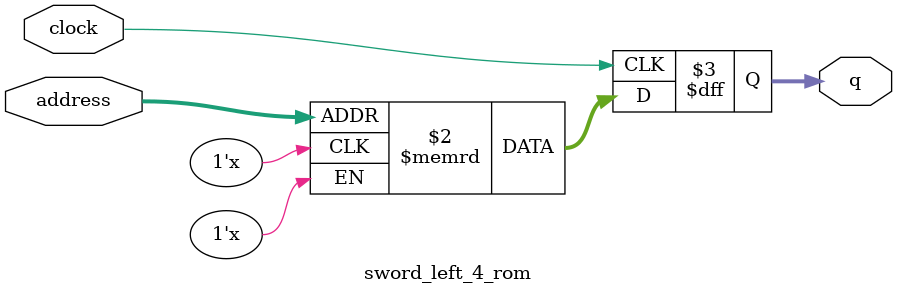
<source format=sv>
module sword_left_4_rom (
	input logic clock,
	input logic [9:0] address,
	output logic [2:0] q
);

logic [2:0] memory [0:1023] /* synthesis ram_init_file = "./sword_left_4/sword_left_4.mif" */;

always_ff @ (posedge clock) begin
	q <= memory[address];
end

endmodule

</source>
